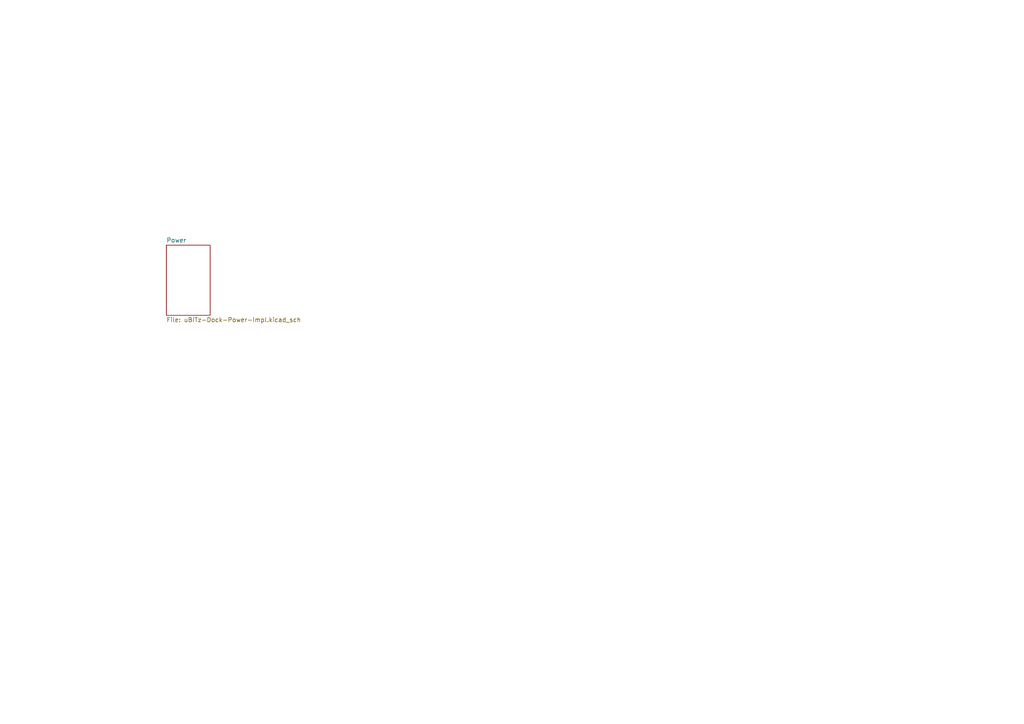
<source format=kicad_sch>
(kicad_sch (version 20250114) (generator "eeschema") (generator_version "9.0")
  (paper "A4")
  (lib_symbols)
  (sheet (at 48.26 71.12) (size 12.7 20.32) (exclude_from_sim yes) (in_bom no) (on_board no) (stroke (width 0.1524))
    (property "Sheetname" "Power" (at 48.26 70.4084 0) (effects (justify left bottom)))
    (property "Sheetfile" "uBITz-Dock-Power-Impl.kicad_sch" (at 48.26 92.0246 0) (effects (justify left top)))
  )
)
</source>
